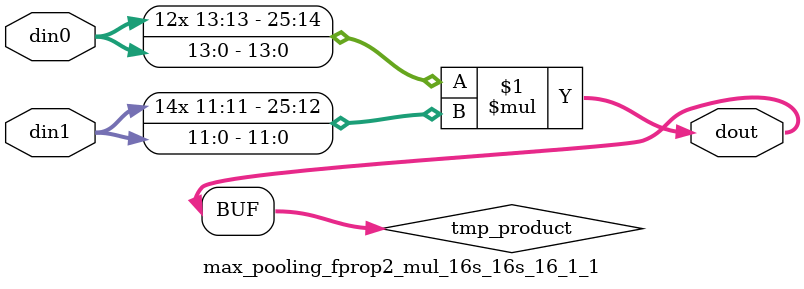
<source format=v>

`timescale 1 ns / 1 ps

 module max_pooling_fprop2_mul_16s_16s_16_1_1(din0, din1, dout);
parameter ID = 1;
parameter NUM_STAGE = 0;
parameter din0_WIDTH = 14;
parameter din1_WIDTH = 12;
parameter dout_WIDTH = 26;

input [din0_WIDTH - 1 : 0] din0; 
input [din1_WIDTH - 1 : 0] din1; 
output [dout_WIDTH - 1 : 0] dout;

wire signed [dout_WIDTH - 1 : 0] tmp_product;



























assign tmp_product = $signed(din0) * $signed(din1);








assign dout = tmp_product;





















endmodule

</source>
